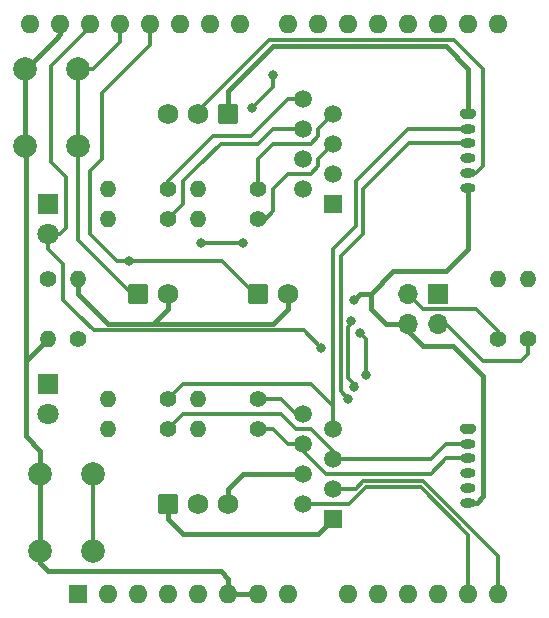
<source format=gtl>
G04 #@! TF.GenerationSoftware,KiCad,Pcbnew,(5.1.10)-1*
G04 #@! TF.CreationDate,2021-10-24T19:50:33-07:00*
G04 #@! TF.ProjectId,project,70726f6a-6563-4742-9e6b-696361645f70,rev?*
G04 #@! TF.SameCoordinates,Original*
G04 #@! TF.FileFunction,Copper,L1,Top*
G04 #@! TF.FilePolarity,Positive*
%FSLAX46Y46*%
G04 Gerber Fmt 4.6, Leading zero omitted, Abs format (unit mm)*
G04 Created by KiCad (PCBNEW (5.1.10)-1) date 2021-10-24 19:50:33*
%MOMM*%
%LPD*%
G01*
G04 APERTURE LIST*
G04 #@! TA.AperFunction,ComponentPad*
%ADD10C,1.400000*%
G04 #@! TD*
G04 #@! TA.AperFunction,ComponentPad*
%ADD11O,1.400000X1.400000*%
G04 #@! TD*
G04 #@! TA.AperFunction,ComponentPad*
%ADD12O,1.600000X1.600000*%
G04 #@! TD*
G04 #@! TA.AperFunction,ComponentPad*
%ADD13R,1.600000X1.600000*%
G04 #@! TD*
G04 #@! TA.AperFunction,ComponentPad*
%ADD14C,1.800000*%
G04 #@! TD*
G04 #@! TA.AperFunction,ComponentPad*
%ADD15R,1.800000X1.800000*%
G04 #@! TD*
G04 #@! TA.AperFunction,ComponentPad*
%ADD16R,1.700000X1.700000*%
G04 #@! TD*
G04 #@! TA.AperFunction,ComponentPad*
%ADD17O,1.700000X1.700000*%
G04 #@! TD*
G04 #@! TA.AperFunction,ComponentPad*
%ADD18O,1.300000X0.800000*%
G04 #@! TD*
G04 #@! TA.AperFunction,ComponentPad*
%ADD19C,1.740000*%
G04 #@! TD*
G04 #@! TA.AperFunction,ComponentPad*
%ADD20R,1.500000X1.500000*%
G04 #@! TD*
G04 #@! TA.AperFunction,ComponentPad*
%ADD21C,1.500000*%
G04 #@! TD*
G04 #@! TA.AperFunction,ComponentPad*
%ADD22C,2.000000*%
G04 #@! TD*
G04 #@! TA.AperFunction,ViaPad*
%ADD23C,0.800000*%
G04 #@! TD*
G04 #@! TA.AperFunction,Conductor*
%ADD24C,0.406400*%
G04 #@! TD*
G04 #@! TA.AperFunction,Conductor*
%ADD25C,0.304800*%
G04 #@! TD*
G04 APERTURE END LIST*
D10*
X156210000Y-116840000D03*
D11*
X151130000Y-116840000D03*
D10*
X138430000Y-104140000D03*
D11*
X138430000Y-109220000D03*
D10*
X140970000Y-109220000D03*
D11*
X140970000Y-104140000D03*
D10*
X148590000Y-116840000D03*
D11*
X143510000Y-116840000D03*
D10*
X148590000Y-114300000D03*
D11*
X143510000Y-114300000D03*
D10*
X156210000Y-114300000D03*
D11*
X151130000Y-114300000D03*
D10*
X156210000Y-99060000D03*
D11*
X151130000Y-99060000D03*
D10*
X148590000Y-99060000D03*
D11*
X143510000Y-99060000D03*
D10*
X156210000Y-96520000D03*
D11*
X151130000Y-96520000D03*
D10*
X148590000Y-96520000D03*
D11*
X143510000Y-96520000D03*
D12*
X173990000Y-82550000D03*
X176530000Y-82550000D03*
X176530000Y-130810000D03*
X173990000Y-130810000D03*
X141990000Y-82550000D03*
X171450000Y-130810000D03*
X144530000Y-82550000D03*
X168910000Y-130810000D03*
X147070000Y-82550000D03*
X166370000Y-130810000D03*
X149610000Y-82550000D03*
X163830000Y-130810000D03*
X152150000Y-82550000D03*
X158750000Y-130810000D03*
X154690000Y-82550000D03*
X156210000Y-130810000D03*
X158750000Y-82550000D03*
X153670000Y-130810000D03*
X161290000Y-82550000D03*
X151130000Y-130810000D03*
X163830000Y-82550000D03*
X148590000Y-130810000D03*
X166370000Y-82550000D03*
X146050000Y-130810000D03*
X168910000Y-82550000D03*
X143510000Y-130810000D03*
X171450000Y-82550000D03*
D13*
X140970000Y-130810000D03*
D12*
X136910000Y-82550000D03*
X139450000Y-82550000D03*
D14*
X138430000Y-100330000D03*
D15*
X138430000Y-97790000D03*
X138430000Y-113030000D03*
D14*
X138430000Y-115570000D03*
D16*
X171450000Y-105410000D03*
D17*
X168910000Y-105410000D03*
X171450000Y-107950000D03*
X168910000Y-107950000D03*
G04 #@! TA.AperFunction,ComponentPad*
G36*
G01*
X173540000Y-116440000D02*
X174440000Y-116440000D01*
G75*
G02*
X174640000Y-116640000I0J-200000D01*
G01*
X174640000Y-117040000D01*
G75*
G02*
X174440000Y-117240000I-200000J0D01*
G01*
X173540000Y-117240000D01*
G75*
G02*
X173340000Y-117040000I0J200000D01*
G01*
X173340000Y-116640000D01*
G75*
G02*
X173540000Y-116440000I200000J0D01*
G01*
G37*
G04 #@! TD.AperFunction*
D18*
X173990000Y-118090000D03*
X173990000Y-119340000D03*
X173990000Y-120590000D03*
X173990000Y-121840000D03*
X173990000Y-123090000D03*
G04 #@! TA.AperFunction,ComponentPad*
G36*
G01*
X145180000Y-106030001D02*
X145180000Y-104789999D01*
G75*
G02*
X145429999Y-104540000I249999J0D01*
G01*
X146670001Y-104540000D01*
G75*
G02*
X146920000Y-104789999I0J-249999D01*
G01*
X146920000Y-106030001D01*
G75*
G02*
X146670001Y-106280000I-249999J0D01*
G01*
X145429999Y-106280000D01*
G75*
G02*
X145180000Y-106030001I0J249999D01*
G01*
G37*
G04 #@! TD.AperFunction*
D19*
X148590000Y-105410000D03*
G04 #@! TA.AperFunction,ComponentPad*
G36*
G01*
X147720000Y-123810001D02*
X147720000Y-122569999D01*
G75*
G02*
X147969999Y-122320000I249999J0D01*
G01*
X149210001Y-122320000D01*
G75*
G02*
X149460000Y-122569999I0J-249999D01*
G01*
X149460000Y-123810001D01*
G75*
G02*
X149210001Y-124060000I-249999J0D01*
G01*
X147969999Y-124060000D01*
G75*
G02*
X147720000Y-123810001I0J249999D01*
G01*
G37*
G04 #@! TD.AperFunction*
X151130000Y-123190000D03*
X153670000Y-123190000D03*
X148590000Y-90170000D03*
X151130000Y-90170000D03*
G04 #@! TA.AperFunction,ComponentPad*
G36*
G01*
X154540000Y-89549999D02*
X154540000Y-90790001D01*
G75*
G02*
X154290001Y-91040000I-249999J0D01*
G01*
X153049999Y-91040000D01*
G75*
G02*
X152800000Y-90790001I0J249999D01*
G01*
X152800000Y-89549999D01*
G75*
G02*
X153049999Y-89300000I249999J0D01*
G01*
X154290001Y-89300000D01*
G75*
G02*
X154540000Y-89549999I0J-249999D01*
G01*
G37*
G04 #@! TD.AperFunction*
D20*
X162560000Y-124460000D03*
D21*
X160020000Y-123190000D03*
X162560000Y-121920000D03*
X160020000Y-120650000D03*
X162560000Y-119380000D03*
X160020000Y-118110000D03*
X162560000Y-116840000D03*
X160020000Y-115570000D03*
X160020000Y-88900000D03*
X162560000Y-90170000D03*
X160020000Y-91440000D03*
X162560000Y-92710000D03*
X160020000Y-93980000D03*
X162560000Y-95250000D03*
X160020000Y-96520000D03*
D20*
X162560000Y-97790000D03*
D18*
X173990000Y-96420000D03*
X173990000Y-95170000D03*
X173990000Y-93920000D03*
X173990000Y-92670000D03*
X173990000Y-91420000D03*
G04 #@! TA.AperFunction,ComponentPad*
G36*
G01*
X173540000Y-89770000D02*
X174440000Y-89770000D01*
G75*
G02*
X174640000Y-89970000I0J-200000D01*
G01*
X174640000Y-90370000D01*
G75*
G02*
X174440000Y-90570000I-200000J0D01*
G01*
X173540000Y-90570000D01*
G75*
G02*
X173340000Y-90370000I0J200000D01*
G01*
X173340000Y-89970000D01*
G75*
G02*
X173540000Y-89770000I200000J0D01*
G01*
G37*
G04 #@! TD.AperFunction*
D19*
X158750000Y-105410000D03*
G04 #@! TA.AperFunction,ComponentPad*
G36*
G01*
X155340000Y-106030001D02*
X155340000Y-104789999D01*
G75*
G02*
X155589999Y-104540000I249999J0D01*
G01*
X156830001Y-104540000D01*
G75*
G02*
X157080000Y-104789999I0J-249999D01*
G01*
X157080000Y-106030001D01*
G75*
G02*
X156830001Y-106280000I-249999J0D01*
G01*
X155589999Y-106280000D01*
G75*
G02*
X155340000Y-106030001I0J249999D01*
G01*
G37*
G04 #@! TD.AperFunction*
D22*
X136470000Y-86360000D03*
X140970000Y-86360000D03*
X136470000Y-92860000D03*
X140970000Y-92860000D03*
X142240000Y-127150000D03*
X137740000Y-127150000D03*
X142240000Y-120650000D03*
X137740000Y-120650000D03*
D10*
X176530000Y-109220000D03*
D11*
X176530000Y-104140000D03*
X179070000Y-104140000D03*
D10*
X179070000Y-109220000D03*
D23*
X164338000Y-105918000D03*
X157480000Y-86868000D03*
X155702000Y-89662000D03*
X154940000Y-101092000D03*
X151384000Y-101092000D03*
X164338000Y-113284000D03*
X164084000Y-107696000D03*
X145288000Y-102616000D03*
X165354000Y-112268000D03*
X164846000Y-108712000D03*
X161544000Y-109982000D03*
X163830000Y-114300000D03*
D24*
X156210000Y-130810000D02*
X153670000Y-130810000D01*
X160020000Y-120650000D02*
X154940000Y-120650000D01*
X154940000Y-120650000D02*
X153670000Y-121920000D01*
X153670000Y-121920000D02*
X153670000Y-123190000D01*
X140970000Y-104140000D02*
X140970000Y-105410000D01*
X148590000Y-105410000D02*
X148590000Y-106680000D01*
X143510000Y-107950000D02*
X140970000Y-105410000D01*
X147320000Y-107950000D02*
X143510000Y-107950000D01*
X148590000Y-106680000D02*
X147320000Y-107950000D01*
X158750000Y-105410000D02*
X158750000Y-106680000D01*
X157480000Y-107950000D02*
X147320000Y-107950000D01*
X158750000Y-106680000D02*
X157480000Y-107950000D01*
X153670000Y-130810000D02*
X153670000Y-129540000D01*
X137740000Y-128215000D02*
X137740000Y-127150000D01*
X138430000Y-128905000D02*
X137740000Y-128215000D01*
X153035000Y-128905000D02*
X138430000Y-128905000D01*
X153670000Y-129540000D02*
X153035000Y-128905000D01*
X137740000Y-127150000D02*
X137740000Y-120650000D01*
X137740000Y-120650000D02*
X137740000Y-118690000D01*
X136525000Y-111125000D02*
X138430000Y-109220000D01*
X136525000Y-117475000D02*
X136525000Y-111125000D01*
X137740000Y-118690000D02*
X136525000Y-117475000D01*
X136525000Y-111125000D02*
X136525000Y-92915000D01*
X136525000Y-92915000D02*
X136470000Y-92860000D01*
X136470000Y-92860000D02*
X136470000Y-86360000D01*
X136470000Y-86360000D02*
X136525000Y-86360000D01*
X136525000Y-86360000D02*
X139065000Y-83820000D01*
X139450000Y-83435000D02*
X139450000Y-82550000D01*
X139065000Y-83820000D02*
X139450000Y-83435000D01*
X168910000Y-107950000D02*
X167005000Y-107950000D01*
X167005000Y-107950000D02*
X165735000Y-106680000D01*
X165735000Y-106680000D02*
X165735000Y-105410000D01*
X173990000Y-101600000D02*
X173990000Y-96420000D01*
X165735000Y-105410000D02*
X167640000Y-103505000D01*
X167640000Y-103505000D02*
X172085000Y-103505000D01*
X172085000Y-103505000D02*
X173990000Y-101600000D01*
X173990000Y-123090000D02*
X174725000Y-123090000D01*
X168910000Y-108585000D02*
X168910000Y-107950000D01*
X170180000Y-109855000D02*
X168910000Y-108585000D01*
X172720000Y-109855000D02*
X170180000Y-109855000D01*
X175260000Y-112395000D02*
X172720000Y-109855000D01*
X175260000Y-122555000D02*
X175260000Y-112395000D01*
X174725000Y-123090000D02*
X175260000Y-122555000D01*
X164846000Y-105410000D02*
X165735000Y-105410000D01*
X164338000Y-105918000D02*
X164846000Y-105410000D01*
D25*
X160020000Y-123190000D02*
X163908898Y-123190000D01*
X173990000Y-125808898D02*
X173990000Y-130810000D01*
X169970904Y-121789802D02*
X173990000Y-125808898D01*
X165309096Y-121789802D02*
X169970904Y-121789802D01*
X163908898Y-123190000D02*
X165309096Y-121789802D01*
X168910000Y-105410000D02*
X170180000Y-106680000D01*
X176530000Y-108585000D02*
X176530000Y-109220000D01*
X174625000Y-106680000D02*
X176530000Y-108585000D01*
X170180000Y-106680000D02*
X174625000Y-106680000D01*
X176530000Y-130810000D02*
X176530000Y-127635000D01*
X164465000Y-121920000D02*
X162560000Y-121920000D01*
X165100000Y-121285000D02*
X164465000Y-121920000D01*
X170180000Y-121285000D02*
X165100000Y-121285000D01*
X176530000Y-127635000D02*
X170180000Y-121285000D01*
X171450000Y-107950000D02*
X172085000Y-107950000D01*
X179070000Y-110490000D02*
X179070000Y-109220000D01*
X178435000Y-111125000D02*
X179070000Y-110490000D01*
X175260000Y-111125000D02*
X178435000Y-111125000D01*
X172085000Y-107950000D02*
X175260000Y-111125000D01*
X156210000Y-96520000D02*
X156210000Y-93980000D01*
X161290000Y-91440000D02*
X162560000Y-90170000D01*
X161290000Y-92075000D02*
X161290000Y-91440000D01*
X160655000Y-92710000D02*
X161290000Y-92075000D01*
X157480000Y-92710000D02*
X160655000Y-92710000D01*
X156210000Y-93980000D02*
X157480000Y-92710000D01*
X148590000Y-96520000D02*
X148590000Y-95885000D01*
X158750000Y-88900000D02*
X160020000Y-88900000D01*
X155575000Y-92075000D02*
X158750000Y-88900000D01*
X152400000Y-92075000D02*
X155575000Y-92075000D01*
X148590000Y-95885000D02*
X152400000Y-92075000D01*
D24*
X162560000Y-124460000D02*
X161290000Y-125730000D01*
X161290000Y-125730000D02*
X152400000Y-125730000D01*
X152400000Y-125730000D02*
X149860000Y-125730000D01*
X149860000Y-125730000D02*
X148590000Y-124460000D01*
X148590000Y-124460000D02*
X148590000Y-123190000D01*
X153670000Y-90170000D02*
X153670000Y-88265000D01*
X173990000Y-86360000D02*
X173990000Y-90170000D01*
X172085000Y-84455000D02*
X173990000Y-86360000D01*
X157480000Y-84455000D02*
X172085000Y-84455000D01*
X153670000Y-88265000D02*
X157480000Y-84455000D01*
D25*
X157480000Y-87884000D02*
X157480000Y-86868000D01*
X155702000Y-89662000D02*
X157480000Y-87884000D01*
X151384000Y-101092000D02*
X154940000Y-101092000D01*
X164465000Y-113157000D02*
X164338000Y-113284000D01*
X164465000Y-113030000D02*
X164465000Y-113157000D01*
X164084000Y-107950000D02*
X164084000Y-107696000D01*
X163830000Y-108204000D02*
X164084000Y-107950000D01*
X163830000Y-112522000D02*
X163830000Y-108204000D01*
X164338000Y-113030000D02*
X163830000Y-112522000D01*
X164338000Y-113284000D02*
X164338000Y-113030000D01*
X173990000Y-95170000D02*
X174705000Y-95170000D01*
X174705000Y-95170000D02*
X175260000Y-94615000D01*
X175260000Y-94615000D02*
X175260000Y-86360000D01*
X175260000Y-86360000D02*
X172799398Y-83899398D01*
X172799398Y-83899398D02*
X157146602Y-83899398D01*
X151130000Y-90170000D02*
X151130000Y-89916000D01*
X151130000Y-89916000D02*
X157146602Y-83899398D01*
X140970000Y-92860000D02*
X140970000Y-86360000D01*
X144530000Y-82550000D02*
X144530000Y-84070000D01*
X142240000Y-86360000D02*
X140970000Y-86360000D01*
X144530000Y-84070000D02*
X142240000Y-86360000D01*
X146050000Y-105410000D02*
X145542000Y-105410000D01*
X140970000Y-100838000D02*
X140970000Y-92860000D01*
X145542000Y-105410000D02*
X140970000Y-100838000D01*
X156210000Y-105410000D02*
X155956000Y-105410000D01*
X155956000Y-105410000D02*
X153162000Y-102616000D01*
X153162000Y-102616000D02*
X145288000Y-102616000D01*
X147070000Y-84324000D02*
X147070000Y-82550000D01*
X145288000Y-102616000D02*
X144272000Y-102616000D01*
X144272000Y-102616000D02*
X141986000Y-100330000D01*
X141986000Y-100330000D02*
X141986000Y-94996000D01*
X141986000Y-94996000D02*
X143002000Y-93980000D01*
X143002000Y-93980000D02*
X143002000Y-88392000D01*
X143002000Y-88392000D02*
X147070000Y-84324000D01*
X142240000Y-127150000D02*
X142240000Y-120650000D01*
X139700000Y-105918000D02*
X140970000Y-107188000D01*
X139700000Y-102870000D02*
X139700000Y-105918000D01*
X138430000Y-101600000D02*
X139700000Y-102870000D01*
X138430000Y-101600000D02*
X138430000Y-100330000D01*
X165354000Y-112268000D02*
X165354000Y-109220000D01*
X165354000Y-109220000D02*
X164846000Y-108712000D01*
X161544000Y-109982000D02*
X160067602Y-108505602D01*
X160067602Y-108505602D02*
X142287602Y-108505602D01*
X142287602Y-108505602D02*
X140970000Y-107188000D01*
X141990000Y-82550000D02*
X141990000Y-82800000D01*
X139446000Y-100330000D02*
X138430000Y-100330000D01*
X139954000Y-99822000D02*
X139446000Y-100330000D01*
X139954000Y-95504000D02*
X139954000Y-99822000D01*
X138684000Y-94234000D02*
X139954000Y-95504000D01*
X138684000Y-86106000D02*
X138684000Y-94234000D01*
X141990000Y-82800000D02*
X138684000Y-86106000D01*
X156210000Y-99060000D02*
X156845000Y-99060000D01*
X161290000Y-93980000D02*
X162560000Y-92710000D01*
X161290000Y-94615000D02*
X161290000Y-93980000D01*
X160655000Y-95250000D02*
X161290000Y-94615000D01*
X158750000Y-95250000D02*
X160655000Y-95250000D01*
X157480000Y-96520000D02*
X158750000Y-95250000D01*
X157480000Y-98425000D02*
X157480000Y-96520000D01*
X156845000Y-99060000D02*
X157480000Y-98425000D01*
X148590000Y-99060000D02*
X149860000Y-97790000D01*
X157480000Y-91440000D02*
X160020000Y-91440000D01*
X156210000Y-92710000D02*
X157480000Y-91440000D01*
X153035000Y-92710000D02*
X156210000Y-92710000D01*
X151130000Y-94615000D02*
X153035000Y-92710000D01*
X149860000Y-95885000D02*
X151130000Y-94615000D01*
X149860000Y-97790000D02*
X149860000Y-95885000D01*
X162560000Y-119380000D02*
X170815000Y-119380000D01*
X172105000Y-118090000D02*
X173990000Y-118090000D01*
X170815000Y-119380000D02*
X172105000Y-118090000D01*
X162560000Y-119380000D02*
X162560000Y-118745000D01*
X149860000Y-115570000D02*
X148590000Y-116840000D01*
X158115000Y-115570000D02*
X149860000Y-115570000D01*
X159385000Y-116840000D02*
X158115000Y-115570000D01*
X160655000Y-116840000D02*
X159385000Y-116840000D01*
X162560000Y-118745000D02*
X160655000Y-116840000D01*
X173990000Y-119340000D02*
X172125000Y-119340000D01*
X160020000Y-118745000D02*
X160020000Y-118110000D01*
X161925000Y-120650000D02*
X160020000Y-118745000D01*
X170815000Y-120650000D02*
X161925000Y-120650000D01*
X172125000Y-119340000D02*
X170815000Y-120650000D01*
X160020000Y-118110000D02*
X159385000Y-118110000D01*
X160020000Y-118110000D02*
X158750000Y-118110000D01*
X157480000Y-116840000D02*
X156210000Y-116840000D01*
X158750000Y-118110000D02*
X157480000Y-116840000D01*
X160020000Y-115570000D02*
X159385000Y-115570000D01*
X158115000Y-114300000D02*
X156210000Y-114300000D01*
X159385000Y-115570000D02*
X158115000Y-114300000D01*
X168968898Y-92670000D02*
X165100000Y-96538898D01*
X168968898Y-92670000D02*
X173990000Y-92670000D01*
X165100000Y-96538898D02*
X165100000Y-100330000D01*
X165100000Y-100330000D02*
X163195000Y-102235000D01*
X163195000Y-102235000D02*
X163195000Y-113665000D01*
X163195000Y-113665000D02*
X163830000Y-114300000D01*
X162560000Y-116840000D02*
X162560000Y-115570000D01*
X162560000Y-115570000D02*
X162560000Y-114935000D01*
X149860000Y-113030000D02*
X148590000Y-114300000D01*
X160655000Y-113030000D02*
X149860000Y-113030000D01*
X162560000Y-114935000D02*
X160655000Y-113030000D01*
X162560000Y-115570000D02*
X162560000Y-101600000D01*
X168930000Y-91420000D02*
X164465000Y-95885000D01*
X168930000Y-91420000D02*
X173990000Y-91420000D01*
X164465000Y-95885000D02*
X164465000Y-99695000D01*
X164465000Y-99695000D02*
X162560000Y-101600000D01*
M02*

</source>
